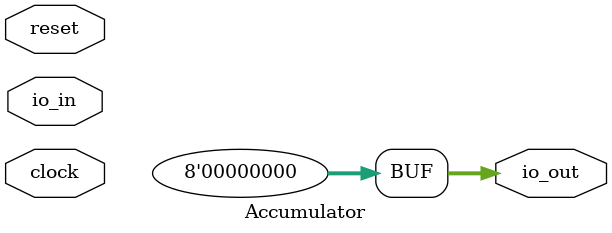
<source format=v>
module Accumulator(
  input        clock,
  input        reset,
  input        io_in,
  output [7:0] io_out
);
  assign io_out = 8'h0; // @[Accumulator.scala 19:10]
endmodule

</source>
